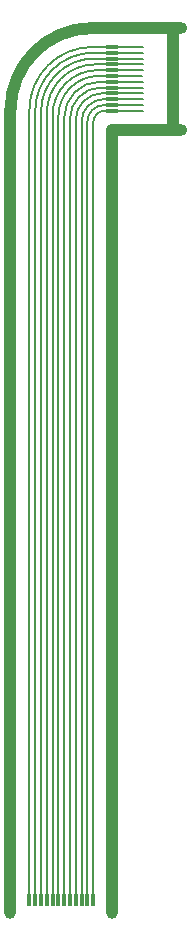
<source format=gtl>
%TF.GenerationSoftware,KiCad,Pcbnew,9.0.3*%
%TF.CreationDate,2025-08-12T01:24:12+03:00*%
%TF.ProjectId,USBC,55534243-2e6b-4696-9361-645f70636258,rev?*%
%TF.SameCoordinates,Original*%
%TF.FileFunction,Copper,L1,Top*%
%TF.FilePolarity,Positive*%
%FSLAX46Y46*%
G04 Gerber Fmt 4.6, Leading zero omitted, Abs format (unit mm)*
G04 Created by KiCad (PCBNEW 9.0.3) date 2025-08-12 01:24:12*
%MOMM*%
%LPD*%
G01*
G04 APERTURE LIST*
%TA.AperFunction,SMDPad,CuDef*%
%ADD10R,0.300000X1.000000*%
%TD*%
%TA.AperFunction,ComponentPad*%
%ADD11O,1.000000X2.400000*%
%TD*%
%TA.AperFunction,ComponentPad*%
%ADD12O,1.000000X2.200000*%
%TD*%
%TA.AperFunction,SMDPad,CuDef*%
%ADD13R,1.000000X0.300000*%
%TD*%
%TA.AperFunction,ComponentPad*%
%ADD14O,2.400000X1.000000*%
%TD*%
%TA.AperFunction,ComponentPad*%
%ADD15O,2.200000X1.000000*%
%TD*%
%TA.AperFunction,Conductor*%
%ADD16C,1.000000*%
%TD*%
%TA.AperFunction,Conductor*%
%ADD17C,0.200000*%
%TD*%
G04 APERTURE END LIST*
D10*
%TO.P,P1,1*%
%TO.N,N/C*%
X73810000Y-149500000D03*
%TO.P,P1,2*%
X73319091Y-149500000D03*
%TO.P,P1,3*%
X72828182Y-149500000D03*
%TO.P,P1,4*%
X72337273Y-149500000D03*
%TO.P,P1,5*%
X71846364Y-149500000D03*
%TO.P,P1,6*%
X71355455Y-149500000D03*
%TO.P,P1,7*%
X70864545Y-149500000D03*
%TO.P,P1,8*%
X70373636Y-149500000D03*
%TO.P,P1,9*%
X69882727Y-149500000D03*
%TO.P,P1,10*%
X69391818Y-149500000D03*
%TO.P,P1,11*%
X68900909Y-149500000D03*
%TO.P,P1,12*%
X68410000Y-149500000D03*
D11*
%TO.P,P1,13*%
X66810000Y-145400000D03*
D12*
X66810000Y-150000000D03*
D11*
X75410000Y-145400000D03*
D12*
X75410000Y-150000000D03*
%TD*%
D13*
%TO.P,P2,1*%
%TO.N,N/C*%
X75400000Y-82700000D03*
%TO.P,P2,2*%
X75400000Y-82209091D03*
%TO.P,P2,3*%
X75400000Y-81718182D03*
%TO.P,P2,4*%
X75400000Y-81227273D03*
%TO.P,P2,5*%
X75400000Y-80736364D03*
%TO.P,P2,6*%
X75400000Y-80245455D03*
%TO.P,P2,7*%
X75400000Y-79754545D03*
%TO.P,P2,8*%
X75400000Y-79263636D03*
%TO.P,P2,9*%
X75400000Y-78772727D03*
%TO.P,P2,10*%
X75400000Y-78281818D03*
%TO.P,P2,11*%
X75400000Y-77790909D03*
%TO.P,P2,12*%
X75400000Y-77300000D03*
D14*
%TO.P,P2,13*%
X80600000Y-75700000D03*
D15*
X76000000Y-75700000D03*
D14*
X80600000Y-84300000D03*
D15*
X76000000Y-84300000D03*
%TD*%
D16*
%TO.N,*%
X66810000Y-150000000D02*
X66810000Y-145400000D01*
D17*
X75400000Y-80736364D02*
X78003636Y-80736364D01*
X71846364Y-149500000D02*
X71846364Y-83376135D01*
D16*
X66810000Y-145400000D02*
X66810000Y-82633858D01*
D17*
X68900909Y-149500000D02*
X68900909Y-82711662D01*
X73319091Y-149500000D02*
X73319091Y-83654219D01*
X74486135Y-80736364D02*
X75400000Y-80736364D01*
X75400000Y-82700000D02*
X78000000Y-82700000D01*
D16*
X75410000Y-84300000D02*
X76000000Y-84300000D01*
D17*
X71355455Y-149500000D02*
X71355455Y-83283841D01*
X72337273Y-149500000D02*
X72337273Y-83479398D01*
X75400000Y-78772727D02*
X77997273Y-78772727D01*
X78008182Y-78281818D02*
X78010000Y-78280000D01*
X75400000Y-79263636D02*
X77983636Y-79263636D01*
D16*
X76000000Y-84300000D02*
X80600000Y-84300000D01*
D17*
X73821662Y-77790909D02*
X75400000Y-77790909D01*
D16*
X80600000Y-75700000D02*
X80600000Y-84300000D01*
D17*
X69882727Y-149500000D02*
X69882727Y-82882814D01*
X73810000Y-83700000D02*
X73810000Y-149500000D01*
X74724237Y-81718182D02*
X75400000Y-81718182D01*
X75400000Y-82209091D02*
X78009091Y-82209091D01*
X77983636Y-79263636D02*
X77990000Y-79270000D01*
X75400000Y-77790909D02*
X77999091Y-77790909D01*
X72828182Y-149500000D02*
X72828182Y-83614237D01*
X75400000Y-78281818D02*
X78008182Y-78281818D01*
D16*
X73743858Y-75700000D02*
X76000000Y-75700000D01*
X76000000Y-75700000D02*
X80600000Y-75700000D01*
D17*
X78009091Y-82209091D02*
X78010000Y-82210000D01*
X70373636Y-149500000D02*
X70373636Y-83069763D01*
X75400000Y-81227273D02*
X77987273Y-81227273D01*
X68410000Y-88250000D02*
X68406901Y-88246901D01*
D16*
X75410000Y-145400000D02*
X75410000Y-150000000D01*
D17*
X74589398Y-81227273D02*
X75400000Y-81227273D01*
X70864545Y-149500000D02*
X70864545Y-83178859D01*
X75400000Y-79754545D02*
X77985455Y-79754545D01*
X74393841Y-80245455D02*
X75400000Y-80245455D01*
X73757599Y-77300000D02*
X75400000Y-77300000D01*
X77997273Y-78772727D02*
X78000000Y-78770000D01*
D16*
X75410000Y-145400000D02*
X75410000Y-84300000D01*
D17*
X74288859Y-79754545D02*
X75400000Y-79754545D01*
X69391818Y-82786207D02*
X69391818Y-149500000D01*
X68406901Y-88246901D02*
X68406901Y-82650698D01*
X68410000Y-149500000D02*
X68410000Y-88250000D01*
X74179763Y-79263636D02*
X75400000Y-79263636D01*
X73992814Y-78772727D02*
X75400000Y-78772727D01*
X75400000Y-81718182D02*
X78008182Y-81718182D01*
X75400000Y-78281818D02*
X73896207Y-78281818D01*
X75400000Y-80245455D02*
X77995455Y-80245455D01*
X75400000Y-77300000D02*
X78000000Y-77300000D01*
X74764219Y-82209091D02*
X75400000Y-82209091D01*
X75400000Y-82700000D02*
X74810000Y-82700000D01*
X74288859Y-79754545D02*
G75*
G03*
X70864545Y-83178859I41J-3424355D01*
G01*
D16*
X66810000Y-82633858D02*
G75*
G02*
X73743858Y-75700000I6933860J-2D01*
G01*
D17*
X74393841Y-80245455D02*
G75*
G03*
X71355455Y-83283841I-41J-3038345D01*
G01*
X68406901Y-82650698D02*
G75*
G02*
X73757599Y-77300001I5350699J-2D01*
G01*
X72828182Y-83614237D02*
G75*
G02*
X74724237Y-81718182I1896018J37D01*
G01*
X73992814Y-78772727D02*
G75*
G03*
X69882727Y-82882814I-14J-4110073D01*
G01*
X74589398Y-81227273D02*
G75*
G03*
X72337273Y-83479398I2J-2252127D01*
G01*
X74810000Y-82700000D02*
G75*
G03*
X73810000Y-83700000I0J-1000000D01*
G01*
X69391818Y-82786207D02*
G75*
G02*
X73896207Y-78281818I4504382J7D01*
G01*
X74486135Y-80736364D02*
G75*
G03*
X71846364Y-83376135I-35J-2639736D01*
G01*
X68900909Y-82711662D02*
G75*
G02*
X73821662Y-77790909I4920751J2D01*
G01*
X74179763Y-79263636D02*
G75*
G03*
X70373636Y-83069763I37J-3806164D01*
G01*
X73319091Y-83654219D02*
G75*
G02*
X74764219Y-82209091I1445109J19D01*
G01*
%TD*%
M02*

</source>
